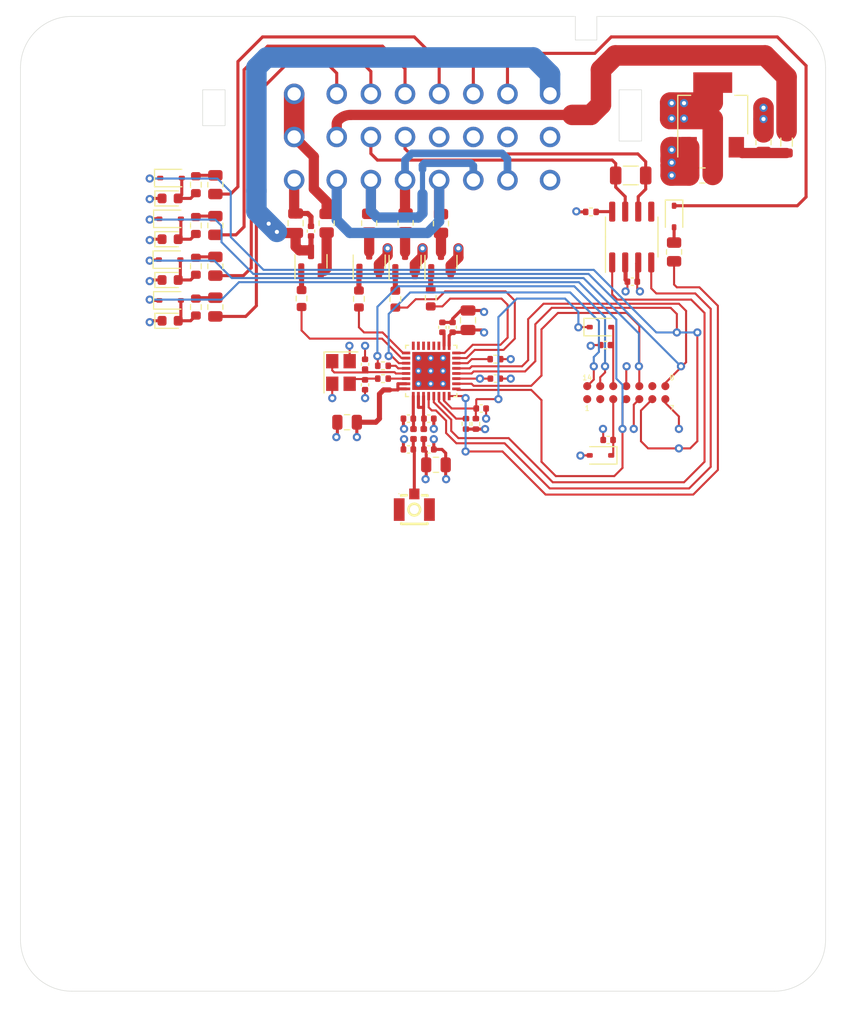
<source format=kicad_pcb>
(kicad_pcb (version 20221018) (generator pcbnew)
  (layers (0 "F.Cu" signal) (1 "In1.Cu" signal) (2 "In2.Cu" signal) (31 "B.Cu" signal) (34 "B.Paste" user) (35 "F.Paste" user) (36 "B.SilkS" user "B.Silkscreen") (37 "F.SilkS" user "F.Silkscreen") (38 "B.Mask" user) (39 "F.Mask" user) (44 "Edge.Cuts" user))
  (net 0 "")
  (net 1 "/RF_ANT")
  (net 2 "GND")
  (net 3 "VS")
  (net 4 "VDD")
  (net 5 "/_XTAL_P")
  (net 6 "/XTAL_N")
  (net 7 "Net-(C110-Pad1)")
  (net 8 "/LNA_IN")
  (net 9 "Net-(U103-VI)")
  (net 10 "Net-(D109-K)")
  (net 11 "/JTRST")
  (net 12 "/EN")
  (net 13 "/PI1_DIV")
  (net 14 "/NZR1_OUT")
  (net 15 "Net-(D102-A)")
  (net 16 "/PI2_DIV")
  (net 17 "/PI3_DIV")
  (net 18 "/PI4_DIV")
  (net 19 "/MTCK")
  (net 20 "/MTMS")
  (net 21 "/MTDI")
  (net 22 "/MTDO")
  (net 23 "/VIN")
  (net 27 "/VCP_TX")
  (net 28 "/VCP_RX")
  (net 29 "Net-(Q101-G)")
  (net 30 "Net-(Q101-S)")
  (net 31 "Net-(Q102-G)")
  (net 32 "Net-(Q102-D)")
  (net 33 "Net-(Q103-G)")
  (net 34 "Net-(Q103-D)")
  (net 35 "Net-(Q104-G)")
  (net 36 "Net-(Q104-D)")
  (net 37 "/V_OUT")
  (net 38 "/PI1")
  (net 39 "Net-(R102-Pad2)")
  (net 40 "/R_GATE")
  (net 41 "/G_GATE")
  (net 42 "/B_GATE")
  (net 43 "/R_OUT")
  (net 44 "/G_OUT")
  (net 45 "/B_OUT")
  (net 46 "/NRZ1")
  (net 47 "/PI2")
  (net 48 "Net-(R113-Pad2)")
  (net 49 "/PI3")
  (net 50 "Net-(R115-Pad2)")
  (net 51 "/PI4")
  (net 52 "Net-(R116-Pad2)")
  (net 53 "Net-(U102-Rs)")
  (net 54 "/XTAL_P")
  (net 55 "/_VCP_TX")
  (net 56 "Net-(U101-GPIO2)")
  (net 57 "Net-(U101-GPIO8)")
  (net 58 "/CAN_TXD")
  (net 59 "/CAN_RXD")
  (net 66 "/V_GATE")
  (net 68 "/CAN_H")
  (net 69 "/CAN_L")
  (footprint "Resistor_SMD:R_0603_1608Metric" (layer "F.Cu") (at 67.1 74.35 -90)
    (fp_text reference "R114" hide)
    (fp_text value "1k" hide)
  )
  (footprint "Resistor_SMD:R_0603_1608Metric" (layer "F.Cu") (at 67.1 66.4 -90)
    (fp_text reference "R118" hide)
    (fp_text value "1k" hide)
  )
  (footprint "Capacitor_SMD:C_0402_1005Metric" (layer "F.Cu") (at 83.59624 85.9 -90)
    (fp_text reference "C104" hide)
    (fp_text value "C_0402_DNP" hide)
  )
  (footprint "Diode_SMD:D_SOD-323" (layer "F.Cu") (at 64.5375 73.7)
    (fp_text reference "D110" hide)
    (fp_text value "1N5819WS" hide)
  )
  (footprint "Package_SO:SOIC-8_3.9x4.9mm_P1.27mm" (layer "F.Cu") (at 109.6 71.5 90)
    (fp_text reference "U102" hide)
    (fp_text value "SN65HVD230" hide)
  )
  (footprint "Resistor_SMD:R_0805_2012Metric" (layer "F.Cu") (at 79.85 70.15 90)
    (fp_text reference "R101" hide)
    (fp_text value "100" hide)
  )
  (footprint "Diode_SMD:D_SOD-323" (layer "F.Cu") (at 106.55 92.78 180)
    (fp_text reference "D109" hide)
    (fp_text value "1N5819WS" hide)
  )
  (footprint "Capacitor_SMD:C_0402_1005Metric" (layer "F.Cu") (at 89.82 89.200001)
    (fp_text reference "C110" hide)
    (fp_text value "C_0402_DNP" hide)
  )
  (footprint "Capacitor_SMD:C_0402_1005Metric" (layer "F.Cu") (at 89.82 92.200001)
    (fp_text reference "C109" hide)
    (fp_text value "C_0402_100nf_X7R" hide)
  )
  (footprint "Capacitor_SMD:C_0402_1005Metric" (layer "F.Cu") (at 96.3 85.3)
    (fp_text reference "C115" hide)
    (fp_text value "C_0402_100nf_X7R" hide)
  )
  (footprint "Resistor_SMD:R_0402_1005Metric" (layer "F.Cu") (at 85.34624 84.05 180)
    (fp_text reference "R122" hide)
    (fp_text value "R_0402_499" hide)
  )
  (footprint "Diode_SMD:D_SOD-323" (layer "F.Cu") (at 106.55 80.28)
    (fp_text reference "D107" hide)
    (fp_text value "1N5819WS" hide)
  )
  (footprint "Resistor_SMD:R_0402_1005Metric" (layer "F.Cu") (at 96.31 83.4 180)
    (fp_text reference "R125" hide)
    (fp_text value "R_0402_1k" hide)
  )
  (footprint "LED_SMD:LED_0603_1608Metric" (layer "F.Cu") (at 64.5875 67.7375)
    (fp_text reference "D106" hide)
    (fp_text value "LED_0603_RED" hide)
  )
  (footprint "Resistor_SMD:R_0402_1005Metric" (layer "F.Cu") (at 93.44 89.71 90)
    (fp_text reference "R124" hide)
    (fp_text value "R_0402_1k" hide)
  )
  (footprint "MountingHole:MountingHole_2.7mm_M2.5" (layer "F.Cu") (at 58.000001 139)
    (fp_text reference "H1101" hide)
    (fp_text value "MountingHole_Pad")
  )
  (footprint "Resistor_SMD:R_0805_2012Metric" (layer "F.Cu") (at 69 70.375 90)
    (fp_text reference "R115" hide)
    (fp_text value "R_0805_10k" hide)
  )
  (footprint "Resistor_SMD:R_0402_1005Metric" (layer "F.Cu") (at 85.34624 85.3)
    (fp_text reference "R121" hide)
    (fp_text value "R_0402_DNP" hide)
  )
  (footprint "Capacitor_SMD:C_0402_1005Metric" (layer "F.Cu") (at 109.66 75.852499 180)
    (fp_text reference "C103" hide)
    (fp_text value "C_0402_100nf_X7R" hide)
  )
  (footprint "Capacitor_SMD:C_0402_1005Metric" (layer "F.Cu") (at 87.82 89.2 180)
    (fp_text reference "C111" hide)
    (fp_text value "C_0402_DNP" hide)
  )
  (footprint "LCSC_Connector:TC2070-IDC-FP" (layer "F.Cu") (at 109.07 86.665)
    (fp_text reference "J101" hide)
    (fp_text value "Conn_ST_STDC14" hide)
  )
  (footprint "Inductor_SMD:L_0402_1005Metric" (layer "F.Cu") (at 89.32 90.700001 -90)
    (fp_text reference "L101" hide)
    (fp_text value "L_Small" hide)
  )
  (footprint "Resistor_SMD:R_0805_2012Metric" (layer "F.Cu") (at 84 70.15 90)
    (fp_text reference "R109" hide)
    (fp_text value "100" hide)
  )
  (footprint "Capacitor_SMD:C_0805_2012Metric" (layer "F.Cu") (at 76.824997 70.154999 90)
    (fp_text reference "C101" hide)
    (fp_text value "C_0805_1u_X7R" hide)
  )
  (footprint "Resistor_SMD:R_0805_2012Metric" (layer "F.Cu") (at 113.730001 72.952499 90)
    (fp_text reference "R111" hide)
    (fp_text value "220" hide)
  )
  (footprint "Diode_SMD:D_SOD-323" (layer "F.Cu") (at 113.73 69.502499 -90)
    (fp_text reference "D102" hide)
    (fp_text value "1N5819WS" hide)
  )
  (footprint "Resistor_SMD:R_0805_2012Metric" (layer "F.Cu") (at 87.55 70.125 90)
    (fp_text reference "R108" hide)
    (fp_text value "100" hide)
  )
  (footprint "Resistor_SMD:R_1206_3216Metric" (layer "F.Cu") (at 109.5 65.5)
    (fp_text reference "R120" hide)
    (fp_text value "R_1206_DNP" hide)
  )
  (footprint "Capacitor_SMD:C_0402_1005Metric" (layer "F.Cu") (at 94.92 88.21)
    (fp_text reference "C120" hide)
    (fp_text value "C_0402_100nf_X7R" hide)
  )
  (footprint "MountingHole:MountingHole_2.7mm_M2.5" (layer "F.Cu") (at 120.500001 139)
    (fp_text reference "H1102" hide)
    (fp_text value "MountingHole_Pad")
  )
  (footprint "Inductor_SMD:L_0805_2012Metric" (layer "F.Cu") (at 124.7 62.25 -90)
    (fp_text reference "FB101" hide)
    (fp_text value "FerriteBead_Small" hide)
  )
  (footprint "Package_TO_SOT_SMD:SOT-23" (layer "F.Cu") (at 84 73.9 90)
    (fp_text reference "Q103" hide)
    (fp_text value "AO3400A" hide)
  )
  (footprint "Capacitor_SMD:C_0805_2012Metric" (layer "F.Cu") (at 90.51 93.700001)
    (fp_text reference "C108" hide)
    (fp_text value "C_0805_10u_X5R" hide)
  )
  (footprint "Capacitor_SMD:C_0402_1005Metric" (layer "F.Cu") (at 83.596239 83.9 90)
    (fp_text reference "C105" hide)
    (fp_text value "C_0402_DNP" hide)
  )
  (footprint "Capacitor_SMD:C_0805_2012Metric" (layer "F.Cu") (at 122.45 62.25 90)
    (fp_text reference "C116" hide)
    (fp_text value "C_0805_1u_X7R" hide)
  )
  (footprint "LED_SMD:LED_0603_1608Metric" (layer "F.Cu") (at 64.5875 75.6875)
    (fp_text reference "D104" hide)
    (fp_text value "LED_0603_RED" hide)
  )
  (footprint "Capacitor_SMD:C_0402_1005Metric" (layer "F.Cu") (at 78.325 70.925 90)
    (fp_text reference "C102" hide)
    (fp_text value "C_0402_100nf_X7R" hide)
  )
  (footprint "Resistor_SMD:R_0603_1608Metric" (layer "F.Cu") (at 67.1 70.375 -90)
    (fp_text reference "R117" hide)
    (fp_text value "1k" hide)
  )
  (footprint "Resistor_SMD:R_0805_2012Metric" (layer "F.Cu") (at 69 78.325 90)
    (fp_text reference "R102" hide)
    (fp_text value "R_0805_10k" hide)
  )
  (footprint "Package_TO_SOT_SMD:SOT-23" (layer "F.Cu") (at 78.325 73.8625 90)
    (fp_text reference "Q101" hide)
    (fp_text value "AO3401A" hide)
  )
  (footprint "Resistor_SMD:R_0603_1608Metric" (layer "F.Cu") (at 67.1 78.325 -90)
    (fp_text reference "R103" hide)
    (fp_text value "1k" hide)
  )
  (footprint "Capacitor_SMD:C_0402_1005Metric" (layer "F.Cu") (at 107.3 91.28 180)
    (fp_text reference "C118" hide)
    (fp_text value "C_0402_100nf_X7R" hide)
  )
  (footprint "LED_SMD:LED_0603_1608Metric" (layer "F.Cu") (at 64.5875 71.7125)
    (fp_text reference "D105" hide)
    (fp_text value "LED_0603_RED" hide)
  )
  (footprint "Capacitor_SMD:C_0402_1005Metric" (layer "F.Cu") (at 87.82 92.200001 180)
    (fp_text reference "C112" hide)
    (fp_text value "C_0402_DNP" hide)
  )
  (footprint "Resistor_SMD:R_0805_2012Metric" (layer "F.Cu") (at 91 70.1875 90)
    (fp_text reference "R110" hide)
    (fp_text value "100" hide)
  )
  (footprint "Capacitor_SMD:C_0805_2012Metric" (layer "F.Cu") (at 116.5 65.5 180)
    (fp_text reference "C117" hide)
    (fp_text value "C_0805_1u_X7R" hide)
  )
  (footprint "Capacitor_SMD:C_0402_1005Metric" (layer "F.Cu") (at 91.135 80.3 90)
    (fp_text reference "C114" hide)
    (fp_text value "C_0402_100nf_X7R" hide)
  )
  (footprint "Capacitor_SMD:C_0402_1005Metric" (layer "F.Cu") (at 92.135 80.3 90)
    (fp_text reference "C107" hide)
    (fp_text value "C_0402_10n_C0G" hide)
  )
  (footprint "Resistor_SMD:R_0805_2012Metric" (layer "F.Cu") (at 69 74.35 90)
    (fp_text reference "R113" hide)
    (fp_text value "R_0805_10k" hide)
  )
  (footprint "LCSC_Microcontroller:QFN50P500X500X90-33N" (layer "F.Cu") (at 90.05 84.55 90)
    (fp_text reference "U101" hide)
    (fp_text value "ESP32-C3FH4" hide)
  )
  (footprint "Resistor_SMD:R_0805_2012Metric" (layer "F.Cu") (at 69 66.4 90)
    (fp_text reference "R116" hide)
    (fp_text value "R_0805_10k" hide)
  )
  (footprint "Package_TO_SOT_SMD:SOT-23" (layer "F.Cu") (at 91 73.9375 90)
    (fp_text reference "Q104" hide)
    (fp_text value "AO3400A" hide)
  )
  (footprint "Inductor_SMD:L_0402_1005Metric" (layer "F.Cu") (at 88.32 90.700001 -90)
    (fp_text reference "L102" hide)
    (fp_text value "L_Small" hide)
  )
  (footprint "Package_TO_SOT_SMD:SOT-23" (layer "F.Cu") (at 87.5 73.937501 90)
    (fp_text reference "Q102" hide)
    (fp_text value "AO3400A" hide)
  )
  (footprint "Package_TO_SOT_SMD:SOT-223-3_TabPin2" (layer "F.Cu") (at 117.5 59.6 90)
    (fp_text reference "U103" hide)
    (fp_text value "AMS1117-3.3" hide)
  )
  (footprint "Diode_SMD:D_SOD-323" (layer "F.Cu") (at 64.675 65.75)
    (fp_text reference "D111" hide)
    (fp_text value "1N5819WS" hide)
  )
  (footprint "Resistor_SMD:R_0402_1005Metric" (layer "F.Cu") (at 94.4 89.71 90)
    (fp_text reference "R123" hide)
    (fp_text value "R_0402_1k" hide)
  )
  (footprint "Resistor_SMD:R_0603_1608Metric" (layer "F.Cu") (at 77.405001 77.492501 90)
    (fp_text reference "R104" hide)
    (fp_text value "100" hide)
  )
  (footprint "Capacitor_SMD:C_0402_1005Metric" (layer "F.Cu") (at 107.05 82.03 180)
    (fp_text reference "C119" hide)
    (fp_text value "C_0402_100nf_X7R" hide)
  )
  (footprint "Capacitor_SMD:C_0805_2012Metric" (layer "F.Cu") (at 81.84624 89.550001 180)
    (fp_text reference "C106" hide)
    (fp_text value "C_0805_1u_X7R" hide)
  )
  (footprint "bom:Delphi_Sicma_24_Black" (layer "F.Cu") (at 89.160001 50.05 180)
    (fp_text reference "J102" hide)
    (fp_text value "J_Delphi_Sicma_24" hide)
  )
  (footprint "Resistor_SMD:R_0402_1005Metric" (layer "F.Cu") (at 105.620001 69.052499 180)
    (fp_text reference "R119" hide)
    (fp_text value "R_0402_1k" hide)
  )
  (footprint "Resistor_SMD:R_0603_1608Metric" (layer "F.Cu") (at 83 77.5375 90)
    (fp_text reference "R106" hide)
    (fp_text value "100" hide)
  )
  (footprint "Diode_SMD:D_SOD-323" (layer "F.Cu") (at 64.5875 77.675)
    (fp_text reference "D108" hide)
    (fp_text value "1N5819WS" hide)
  )
  (footprint "LED_SMD:LED_0603_1608Metric" (layer "F.Cu") (at 64.587501 79.662501)
    (fp_text reference "D101" hide)
    (fp_text value "LED_0603_RED" hide)
  )
  (footprint "Resistor_SMD:R_0603_1608Metric" (layer "F.Cu") (at 86.55 77.549999 90)
    (fp_text reference "R105" hide)
    (fp_text value "100" hide)
  )
  (footprint "LCSC_Antenna:IPEX-SMD_BWIPX-1-001E" (layer "F.Cu") (at 88.4 98 -90)
    (fp_text reference "ANT101" hide)
    (fp_text value "BWIPX-1-001E" hide)
  )
  (footprint "Resistor_SMD:R_0603_1608Metric" (layer "F.Cu") (at 90 77.4375 90)
    (fp_text reference "R107" hide)
    (fp_text value "100" hide)
  )
  (footprint "Crystal:Crystal_SMD_3225-4Pin_3.2x2.5mm" (layer "F.Cu") (at 81.24624 84.7 -90)
    (fp_text reference "Y101" hide)
    (fp_text value "40_Mhz" hide)
  )
  (footprint "Diode_SMD:D_SOD-323" (layer "F.Cu") (at 64.587501 69.725)
    (fp_text reference "D112" hide)
    (fp_text value "1N5819WS" hide)
  )
  (footprint "Capacitor_SMD:C_0805_2012Metric" (layer "F.Cu") (at 93.635 79.61 90)
    (fp_text reference "C113" hide)
    (fp_text value "C_0805_1u_X7R" hide)
  )
  (gr_line (start 104.100001 52.3) (end 106.200001 52.3) (stroke (width 0.05)) (layer "Edge.Cuts"))
  (gr_line (start 104.100001 50) (end 104.100001 52.3) (stroke (width 0.05)) (layer "Edge.Cuts"))
  (gr_rect (start 67.760001 57.15) (end 69.950001 60.65) (stroke (width 0.05)) (fill none) (layer "Edge.Cuts"))
  (gr_line (start 123.500001 50) (end 106.200001 50) (stroke (width 0.05)) (layer "Edge.Cuts"))
  (gr_line (start 128.500001 55.000001) (end 128.5 140) (stroke (width 0.05)) (layer "Edge.Cuts"))
  (gr_rect (start 108.370001 57.15) (end 110.560001 62.15) (stroke (width 0.05)) (fill none) (layer "Edge.Cuts"))
  (gr_arc (start 55.000001 144.999999) (mid 51.464467 143.535533) (end 50.000001 139.999999) (stroke (width 0.05)) (layer "Edge.Cuts"))
  (gr_arc (start 50.000001 55) (mid 51.464467 51.464466) (end 55.000001 50) (stroke (width 0.05)) (layer "Edge.Cuts"))
  (gr_line (start 50.000001 139.999999) (end 50.000001 55) (stroke (width 0.05)) (layer "Edge.Cuts"))
  (gr_arc (start 128.5 140) (mid 127.035534 143.535534) (end 123.5 145) (stroke (width 0.05)) (layer "Edge.Cuts"))
  (gr_line (start 55.000001 50) (end 104.100001 50) (stroke (width 0.05)) (layer "Edge.Cuts"))
  (gr_line (start 123.5 145) (end 55.000001 144.999999) (stroke (width 0.05)) (layer "Edge.Cuts"))
  (gr_line (start 106.200001 52.3) (end 106.200001 50) (stroke (width 0.05)) (layer "Edge.Cuts"))
  (gr_arc (start 123.500001 50) (mid 127.035535 51.464466) (end 128.500001 55.000001) (stroke (width 0.05)) (layer "Edge.Cuts"))
  (segment (start 88.4 92.300001) (end 88.4 96.53876) (width 0.3) (layer "F.Cu") (net 1))
  (segment (start 88.3 92.200001) (end 88.3 91.205001) (width 0.3) (layer "F.Cu") (net 1))
  (segment (start 88.3 92.200001) (end 88.4 92.300001) (width 0.3) (layer "F.Cu") (net 1))
  (segment (start 88.3 91.205001) (end 88.32 91.185001) (width 0.3) (layer "F.Cu") (net 1))
  (segment (start 83.596239 82.103761) (end 83.6 82.1) (width 0.2) (layer "F.Cu") (net 2))
  (segment (start 83.59624 86.38) (end 83.59624 87.19624) (width 0.2) (layer "F.Cu") (net 2))
  (segment (start 113.5 64.25) (end 113.5 64.2) (width 2) (layer "F.Cu") (net 2))
  (segment (start 87.34 92.200001) (end 87.34 91.26) (width 0.3) (layer "F.Cu") (net 2))
  (segment (start 63.800001 79.662501) (end 62.737499 79.662501) (width 0.3) (layer "F.Cu") (net 2))
  (segment (start 87.34 89.2) (end 87.34 90.14) (width 0.3) (layer "F.Cu") (net 2))
  (segment (start 122.45 60) (end 122.45 58.9) (width 2) (layer "F.Cu") (net 2))
  (segment (start 84.95 74.15) (end 85.6 73.5) (width 1) (layer "F.Cu") (net 2))
  (segment (start 90.3 92.200001) (end 90.3 91.2) (width 0.3) (layer "F.Cu") (net 2))
  (segment (start 78.325 70.445) (end 78.325 69.525) (width 0.5) (layer "F.Cu") (net 2))
  (segment (start 109.18 75.852499) (end 109 75.672499) (width 0.4) (layer "F.Cu") (net 2))
  (segment (start 113.5 62.8) (end 113.45 62.75) (width 2) (layer "F.Cu") (net 2))
  (segment (start 63.8 71.7125) (end 62.6875 71.7125) (width 0.3) (layer "F.Cu") (net 2))
  (segment (start 113.45 62.75) (end 113.4 62.75) (width 2) (layer "F.Cu") (net 2))
  (segment (start 113.5 63.95) (end 113.4 63.85) (width 2) (layer "F.Cu") (net 2))
  (segment (start 113.5 64.2) (end 113.4 64.1) (width 2) (layer "F.Cu") (net 2))
  (segment (start 91.46 95.06) (end 91.5 95.1) (width 0.3) (layer "F.Cu") (net 2))
  (segment (start 78.325 69.525) (end 78.004999 69.204999) (width 0.5) (layer "F.Cu") (net 2))
  (segment (start 91.95 74.875) (end 91.95 74.25) (width 1) (layer "F.Cu") (net 2))
  (segment (start 62.6875 71.7125) (end 62.6 71.8) (width 0.3) (layer "F.Cu") (net 2))
  (segment (start 89.2 73.4) (end 89.2 72.6) (width 1) (layer "F.Cu") (net 2))
  (segment (start 113.5 63) (end 113.4 62.9) (width 2) (layer "F.Cu") (net 2))
  (segment (start 109.8 87.84) (end 109.8 90.2) (width 0.2) (layer "F.Cu") (net 2))
  (segment (start 106.82 91.28) (end 106.82 90.22) (width 0.2) (layer "F.Cu") (net 2))
  (segment (start 113.4 64.5) (end 113.6 64.3) (width 2) (layer "F.Cu") (net 2))
  (segment (start 113.55 62.75) (end 113.5 62.8) (width 2) (layer "F.Cu") (net 2))
  (segment (start 91.46 93.700001) (end 91.46 95.06) (width 0.3) (layer "F.Cu") (net 2))
  (segment (start 63.8 75.6875) (end 62.7125 75.6875) (width 0.3) (layer "F.Cu") (net 2))
  (segment (start 83.59624 87.19624) (end 83.6 87.2) (width 0.2) (layer "F.Cu") (net 2))
  (segment (start 83.596239 83.42) (end 83.596239 82.103761) (width 0.2) (layer "F.Cu") (net 2))
  (segment (start 96.78 85.3) (end 97.8 85.3) (width 0.2) (layer "F.Cu") (net 2))
  (segment (start 113.5 65.5) (end 113.4 65.5) (width 2) (layer "F.Cu") (net 2))
  (segment (start 113.4 62.9) (end 113.4 62.75) (width 2) (layer "F.Cu") (net 2))
  (segment (start 82.09624 83.6) (end 82.09624 82.126491) (width 0.2) (layer "F.Cu") (net 2))
  (segment (start 105.110001 69.052499) (end 104.252499 69.052499) (width 0.3) (layer "F.Cu") (net 2))
  (segment (start 109.07 84.13) (end 109.1 84.1) (width 0.2) (layer "F.Cu") (net 2))
  (segment (start 62.7125 75.6875) (end 62.6 75.8) (width 0.3) (layer "F.Cu") (net 2))
  (segment (start 115.2 65.5) (end 113.55 65.5) (width 2) (layer "F.Cu") (net 2))
  (segment (start 109 74.01) (end 108.965 73.975) (width 0.4) (layer "F.Cu") (net 2))
  (segment (start 109.18 75.852499) (end 109.18 76.62) (width 0.2) (layer "F.Cu") (net 2))
  (segment (start 90.3 89.200001) (end 90.3 90.2) (width 0.3) (layer "F.Cu") (net 2))
  (segment (start 88.45 74.875001) (end 88.45 74.15) (width 1) (layer "F.Cu") (net 2))
  (segment (start 113.4 63.85) (end 113.4 63.1) (width 2) (layer "F.Cu") (net 2))
  (segment (start 95.06 78.66) (end 95.2 78.8) (width 0.3) (layer "F.Cu") (net 2))
  (segment (start 92.5 73.7) (end 92.7 73.5) (width 1) (layer "F.Cu") (net 2))
  (segment (start 78.004999 69.204999) (end 76.824997 69.204999) (width 0.5) (layer "F.Cu") (net 2))
  (segment (start 84.95 74.8375) (end 84.95 74.15) (width 1) (layer "F.Cu") (net 2))
  (segment (start 110.34 87.3) (end 109.8 87.84) (width 0.2) (layer "F.Cu") (net 2))
  (segment (start 109 75.672499) (end 109 74.01) (width 0.4) (layer "F.Cu") (net 2))
  (segment (start 87.34 90.14) (end 87.4 90.2) (width 0.3) (layer "F.Cu") (net 2))
  (segment (start 105.67 82.03) (end 105.6 82.1) (width 0.2) (layer "F.Cu") (net 2))
  (segment (start 63.8 67.7375) (end 62.6625 67.7375) (width 0.3) (layer "F.Cu") (net 2))
  (segment (start 122.45 58.9) (end 122.45 59.05) (width 2) (layer "F.Cu") (net 2))
  (segment (start 85.8 73.3) (end 85.8 72.6) (width 1) (layer "F.Cu") (net 2))
  (segment (start 122.45 61.3) (end 122.45 60) (width 2) (layer "F.Cu") (net 2))
  (segment (start 87.34 91.26) (end 87.4 91.2) (width 0.3) (layer "F.Cu") (net 2))
  (segment (start 92.135 79.465) (end 92.94 78.66) (width 0.3) (layer "F.Cu") (net 2))
  (segment (start 85.6 73.5) (end 85.8 73.3) (width 1) (layer "F.Cu") (net 2))
  (segment (start 115.2 62.75) (end 113.55 62.75) (width 2) (layer "F.Cu") (net 2))
  (segment (start 92.135 79.82) (end 92.135 79.465) (width 0.3) (layer "F.Cu") (net 2))
  (segment (start 113.4 63.1) (end 113.5 63) (width 2) (layer "F.Cu") (net 2))
  (segment (start 113.4 64.05) (end 113.5 63.95) (width 2) (layer "F.Cu") (net 2))
  (segment (start 104.252499 69.052499) (end 104.2 69) (width 0.3) (layer "F.Cu") (net 2))
  (segment (start 113.6 64.3) (end 113.55 64.25) (width 2) (layer "F.Cu") (net 2))
  (segment (start 106.57 82.03) (end 105.67 82.03) (width 0.2) (layer "F.Cu") (net 2))
  (segment (start 92.7 73.5) (end 92.7 72.6) (width 1) (layer "F.Cu") (net 2))
  (segment (start 62.6625 67.7375) (end 62.6 67.8) (width 0.3) (layer "F.Cu") (net 2))
  (segment (start 106.82 90.22) (end 106.8 90.2) (width 0.2) (layer "F.Cu") (net 2))
  (segment (start 115.2 62.75) (end 115.2 65.5) (width 2) (layer "F.Cu") (net 2))
  (segment (start 88.45 74.15) (end 89.2 73.4) (width 1) (layer "F.Cu") (net 2))
  (segment (start 114.2 88.985717) (end 114.2 90.2) (width 0.2) (layer "F.Cu") (net 2))
  (segment (start 113.55 65.5) (end 113.5 65.5) (width 2) (layer "F.Cu") (net 2))
  (segment (start 113.4 64.1) (end 113.4 64.05) (width 2) (layer "F.Cu") (net 2))
  (segment (start 112.88 87.3) (end 112.88 87.665717) (width 0.2) (layer "F.Cu") (net 2))
  (segment (start 91.46 92.56) (end 91.100001 92.200001) (width 0.3) (layer "F.Cu") (net 2))
  (segment (start 92.94 78.66) (end 93.635 78.66) (width 0.3) (layer "F.Cu") (net 2))
  (segment (start 91.100001 92.200001) (end 90.3 92.200001) (width 0.3) (layer "F.Cu") (net 2))
  (segment (start 112.88 87.665717) (end 114.2 88.985717) (width 0.2) (layer "F.Cu") (net 2))
  (segment (start 109.07 86.03) (end 109.07 84.13) (width 0.2) (layer "F.Cu") (net 2))
  (segment (start 95.4 88.21) (end 95.4 89.2) (width 0.2) (layer "F.Cu") (net 2))
  (segment (start 93.635 78.66) (end 95.06 78.66) (width 0.3) (layer "F.Cu") (net 2))
  (segment (start 113.55 64.25) (end 113.5 64.25) (width 2) (layer "F.Cu") (net 2))
  (segment (start 91.95 74.25) (end 92.5 73.7) (width 1) (layer "F.Cu") (net 2))
  (segment (start 80.89624 90.90376) (end 80.8 91) (width 0.3) (layer "F.Cu") (net 2))
  (segment (start 91.135 79.82) (end 92.135 79.82) (width 0.3) (layer "F.Cu") (net 2))
  (segment (start 80.39624 87.19624) (end 80.4 87.2) (width 0.2) (layer "F.Cu") (net 2))
  (segment (start 62.737499 79.662501) (end 62.6 79.8) (width 0.3) (layer "F.Cu") (net 2))
  (segment (start 76.685001 65.95) (end 76.685001 69.065003) (width 1) (layer "F.Cu") (net 2))
  (segment (start 109.18 76.62) (end 109 76.8) (width 0.2) (layer "F.Cu") (net 2))
  (segment (start 80.89624 89.550001) (end 80.89624 90.90376) (width 0.3) (layer "F.Cu") (net 2))
  (segment (start 113.4 65.5) (end 113.4 64.5) (width 2) (layer "F.Cu") (net 2))
  (segment (start 80.39624 85.8) (end 80.39624 87.19624) (width 0.2) (layer "F.Cu") (net 2))
  (segment (start 82.09624 82.126491) (end 82.069749 82.1) (width 0.2) (layer "F.Cu") (net 2))
  (segment (start 76.685001 69.065003) (end 76.824997 69.204999) (width 1) (layer "F.Cu") (net 2))
  (segment (start 91.46 93.700001) (end 91.46 92.56) (width 0.3) (layer "F.Cu") (net 2))
  (via (at 62.6 67.8) (size 0.8) (drill 0.4) (layers "F.Cu" "B.Cu") (net 2))
  (via (at 89.2 72.6) (size 0.8) (drill 0.4) (layers "F.Cu" "B.Cu") (net 2))
  (via (at 83.6 87.2) (size 0.8) (drill 0.4) (layers "F.Cu" "B.Cu") (net 2))
  (via (at 87.4 91.2) (size 0.8) (drill 0.4) (layers "F.Cu" "B.Cu") (net 2))
  (via (at 87.4 90.2) (size 0.8) (drill 0.4) (layers "F.Cu" "B.Cu") (net 2))
  (via (at 92.7 72.6) (size 0.8) (drill 0.4) (layers "F.Cu" "B.Cu") (net 2))
  (via (at 113.5 63) (size 0.8) (drill 0.4) (layers "F.Cu" "B.Cu") (net 2))
  (via (at 113.5 65.5) (size 0.8) (drill 0.4) (layers "F.Cu" "B.Cu") (net 2))
  (via (at 91.5 95.1) (size 0.8) (drill 0.4) (layers "F.Cu" "B.Cu") (net 2))
  (via (at 62.6 71.8) (size 0.8) (drill 0.4) (layers "F.Cu" "B.Cu") (net 2))
  (via (at 97.8 85.3) (size 0.8) (drill 0.4) (layers "F.Cu" "B.Cu") (net 2))
  (via (at 109.1 84.1) (size 0.8) (drill 0.4) (layers "F.Cu" "B.Cu") (net 2))
  (via (at 80.8 91) (size 0.8) (drill 0.4) (layers "F.Cu" "B.Cu") (net 2))
  (via (at 95.2 78.8) (size 0.8) (drill 0.4) (layers "F.Cu" "B.Cu") (net 2))
  (via (at 113.5 64.25) (size 0.8) (drill 0.4) (layers "F.Cu" "B.Cu") (net 2))
  (via (at 122.45 58.9) (size 0.8) (drill 0.4) (layers "F.Cu" "B.Cu") (net 2))
  (via (at 109.8 90.2) (size 0.8) (drill 0.4) (layers "F.Cu" "B.Cu") (net 2))
  (via (at 105.6 82.1) (size 0.8) (drill 0.4) (layers "F.Cu" "B.Cu") (net 2))
  (via (at 95.4 89.2) (size 0.8) (drill 0.4) (layers "F.Cu" "B.Cu") (net 2))
  (via (at 104.2 69) (size 0.8) (drill 0.4) (layers "F.Cu" "B.Cu") (net 2))
  (via (at 90.3 91.2) (size 0.8) (drill 0.4) (layers "F.Cu" "B.Cu") (net 2))
  (via (at 80.4 87.2) (size 0.8) (drill 0.4) (layers "F.Cu" "B.Cu") (net 2))
  (via (at 109 76.8) (size 0.8) (drill 0.4) (layers "F.Cu" "B.Cu") (net 2))
  (via (at 122.45 60) (size 0.8) (drill 0.4) (layers "F.Cu" "B.Cu") (net 2))
  (via (at 83.6 82.1) (size 0.8) (drill 0.4) (layers "F.Cu" "B.Cu") (net 2))
  (via (at 85.8 72.6) (size 0.8) (drill 0.4) (layers "F.Cu" "B.Cu") (net 2))
  (via (at 90.3 90.2) (size 0.8) (drill 0.4) (layers "F.Cu" "B.Cu") (net 2))
  (via (at 82.069749 82.1) (size 0.8) (drill 0.4) (layers "F.Cu" "B.Cu") (net 2))
  (via (at 62.6 79.8) (size 0.8) (drill 0.4) (layers "F.Cu" "B.Cu") (net 2))
  (via (at 106.8 90.2) (size 0.8) (drill 0.4) (layers "F.Cu" "B.Cu") (net 2))
  (via (at 114.2 90.2) (size 0.8) (drill 0.4) (layers "F.Cu" "B.Cu") (net 2))
  (via (at 62.6 75.8) (size 0.8) (drill 0.4) (layers "F.Cu" "B.Cu") (net 2))
  (segment (start 74.2 70.2) (end 74 70) (width 1) (layer "F.Cu") (net 3))
  (segment (start 78.325 72.925) (end 78.325 71.405) (width 0.5) (layer "F.Cu") (net 3))
  (segment (start 76.824997 71.104999) (end 75.104999 71.104999) (width 1) (layer "F.Cu") (net 3))
  (segment (start 77.2 72.8) (end 78 72.8) (width 1) (layer "F.Cu") (net 3))
  (segment (start 76.824997 71.104999) (end 76.824997 72.424997) (width 1) (layer "F.Cu") (net 3))
  (segment (start 76.824997 72.424997) (end 77.2 72.8) (width 1) (layer "F.Cu") (net 3))
  (segment (start 75.104999 71.104999) (end 74.2 70.2) (width 1) (layer "F.Cu") (net 3))
  (via (at 74.2 70.2) (size 0.8) (drill 0.4) (layers "F.Cu" "B.Cu") (net 3))
  (via (at 75 71) (size 0.8) (drill 0.4) (layers "F.Cu" "B.Cu") (net 3))
  (segment (start 73 67) (end 73 69) (width 2) (layer "B.Cu") (net 3))
  (segment (start 74 54) (end 73 55) (width 2) (layer "B.Cu") (net 3))
  (segment (start 101.635001 55.635001) (end 100 54) (width 2) (layer "B.Cu") (net 3))
  (segment (start 101.635001 57.55) (end 101.635001 55.635001) (width 2) (layer "B.Cu") (net 3))
  (segment (start 73 55) (end 73 67) (width 2) (layer "B.Cu") (net 3))
  (segment (start 73 69) (end 75 71) (width 2) (layer "B.Cu") (net 3))
  (segment (start 100 54) (end 74 54) (width 2) (layer "B.Cu") (net 3))
  (segment (start 92.5 85.3) (end 94.8 85.3) (width 0.2) (layer "F.Cu") (net 4))
  (segment (start 89.56 92.420001) (end 89.34 92.200001) (width 0.3) (layer "F.Cu") (net 4))
  (segment (start 110.14 74.07) (end 110.235 73.975) (width 0.4) (layer "F.Cu") (net 4))
  (segment (start 82.79624 89.550001) (end 82.79624 90.99624) (width 0.3) (layer "F.Cu") (net 4))
  (segment (start 86.8 86.4) (end 86 86.4) (width 0.3) (layer "F.Cu") (net 4))
  (segment (start 89.32 92.180001) (end 89.34 92.200001) (width 0.3) (layer "F.Cu") (net 4))
  (segment (start 93.415 80.78) (end 93.635 80.56) (width 0.3) (layer "F.Cu") (net 4))
  (segment (start 110.14 75.852499) (end 110.14 74.07) (width 0.4) (layer "F.Cu") (net 4))
  (segment (start 110.14 75.852499) (end 110.14 76.54) (width 0.2) (layer "F.Cu") (net 4))
  (segment (start 82.79624 90.99624) (end 82.8 91) (width 0.3) (layer "F.Cu") (net 4))
  (segment (start 89.32 91.185001) (end 89.32 92.180001) (width 0.3) (layer "F.Cu") (net 4))
  (segment (start 91.3 80.945) (end 91.135 80.78) (width 0.3) (layer "F.Cu") (net 4))
  (segment (start 117.5 60) (end 114.75 60) (width 2) (layer "F.Cu") (net 4))
  (segment (start 94.96 80.56) (end 95.2 80.8) (width 0.3) (layer "F.Cu") (net 4))
  (segment (start 110.14 76.54) (end 110.4 76.8) (width 0.2) (layer "F.Cu") (net 4))
  (segment (start 113.5 58.45) (end 113.55 58.4) (width 2) (layer "F.Cu") (net 4))
  (segment (start 86.8 85.8) (end 87.6 85.8) (width 0.3) (layer "F.Cu") (net 4))
  (segment (start 86.9 86.3) (end 87.6 86.3) (width 0.3) (layer "F.Cu") (net 4))
  (segment (start 113.45 60) (end 113.35 60) (width 2) (layer "F.Cu") (net 4))
  (segment (start 113.35 58.4) (end 113.45 58.4) (width 2) (layer "F.Cu") (net 4))
  (segment (start 89.56 93.700001) (end 89.56 92.420001) (width 0.3) (layer "F.Cu") (net 4))
  (segment (start 84.649999 89.550001) (end 85 89.2) (width 0.5) (layer "F.Cu") (net 4))
  (segment (start 113.55 60) (end 113.5 59.95) (width 2) (layer "F.Cu") (net 4))
  (segment (start 95.82 85.3) (end 94.8 85.3) (width 0.2) (layer "F.Cu") (net 4))
  (segment (start 114.75 60) (end 114.7 59.95) (width 2) (layer "F.Cu") (net 4))
  (segment (start 89.56 95.04) (end 89.5 95.1) (width 0.3) (layer "F.Cu") (net 4))
  (segment (start 114.65 60) (end 113.55 60) (width 2) (layer "F.Cu") (net 4))
  (segment (start 86.8 86.4) (end 86.8 85.8) (width 0.3) (layer "F.Cu") (net 4))
  (segment (start 114.75 58.4) (end 117.5 58.4) (width 2) (layer "F.Cu") (net 4))
  (segment (start 114.7 58.45) (end 114.75 58.4) (width 2) (layer "F.Cu") (net 4))
  (segment (start 117.5 58.4) (end 117.5 56.45) (width 2) (layer "F.Cu") (net 4))
  (segment (start 85 89.2) (end 85 86.8) (width 0.5) (layer "F.Cu") (net 4))
  (segment (start 113.5 59.95) (end 113.45 60) (width 2) (layer "F.Cu") (net 4))
  (segment (start 93.635 80.56) (end 94.96 80.56) (width 0.3) (layer "F.Cu") (net 4))
  (segment (start 82.79624 89.550001) (end 84.649999 89.550001) (width 0.5) (layer "F.Cu") (net 4))
  (segment (start 104.62 92.78) (end 104.6 92.8) (width 0.2) (layer "F.Cu") (net 4))
  (segment (start 92.135 80.78) (end 93.415 80.78) (width 0.3) (layer "F.Cu") (net 4))
  (segment (start 91.8 81.115) (end 92.135 80.78) (width 0.3) (layer "F.Cu") (net 4))
  (segment (start 114.7 59.95) (end 114.65 60) (width 2) (layer "F.Cu") (net 4))
  (segment (start 113.45 58.4) (end 113.5 58.45) (width 2) (layer "F.Cu") (net 4))
  (segment (start 113.35 60) (end 113.35 58.4) (width 2) (layer "F.Cu") (net 4))
  (segment (start 91.8 82.1) (end 91.8 81.115) (width 0.3) (layer "F.Cu") (net 4))
  (segment (start 114.65 58.4) (end 114.7 58.45) (width 2) (layer "F.Cu") (net 4))
  (segment (start 85 86.8) (end 85.4 86.4) (width 0.5) (layer "F.Cu") (net 4))
  (segment (start 93.44 90.22) (end 95.299998 90.22) (width 0.3) (layer "F.Cu") (net 4))
  (segment (start 89.56 93.700001) (end 89.56 95.04) (width 0.3) (layer "F.Cu") (net 4))
  (segment (start 113.55 58.4) (end 114.65 58.4) (width 2) (layer "F.Cu") (net 4))
  (segment (start 91.3 82.1) (end 91.3 80.945) (width 0.3) (layer "F.Cu") (net 4))
  (segment (start 117.5 65.45) (end 117.5 60) (width 2) (layer "F.Cu") (net 4))
  (segment (start 96.82 83.4) (end 97.8 83.4) (width 0.2) (layer "F.Cu") (net 4))
  (segment (start 85.4 86.4) (end 86 86.4) (width 0.5) (layer "F.Cu") (net 4))
  (segment (start 86.8 86.4) (end 86.9 86.3) (width 0.3) (layer "F.Cu") (net 4))
  (segment (start 105.5 92.78) (end 104.62 92.78) (width 0.2) (layer "F.Cu") (net 4))
  (via (at 113.5 59.95) (size 0.8) (drill 0.4) (layers "F.Cu" "B.Cu") (net 4))
  (via (at 104.6 92.8) (size 0.8) (drill 0.4) (layers "F.Cu" "B.Cu") (net 4))
  (via (at 95.299998 90.22) (size 0.8) (drill 0.4) (layers "F.Cu" "B.Cu") (net 4))
  (via (at 110.4 76.8) (size 0.8) (drill 0.4) (layers "F.Cu" "B.Cu") (net 4))
  (via (at 97.8 83.4) (size 0.8) (drill 0.4) (layers "F.Cu" "B.Cu") (net 4))
  (via (at 82.8 91) (size 0.8) (drill 0.4) (layers "F.Cu" "B.Cu") (net 4))
  (via (at 114.7 59.95) (size 0.8) (drill 0.4) (layers "F.Cu" "B.Cu") (net 4))
  (via (at 95.2 80.8) (size 0.8) (drill 0.4) (layers "F.Cu" "B.Cu") (net 4))
  (via (at 114.7 58.45) (size 0.8) (drill 0.4) (layers "F.Cu" "B.Cu") (net 4))
  (via (at 94.8 85.3) (size 0.8) (drill 0.4) (layers "F.Cu" "B.Cu") (net 4))
  (via (at 113.5 58.45) (size 0.8) (drill 0.4) (layers "F.Cu" "B.Cu") (net 4))
  (via (at 89.5 95.1) (size 0.8) (drill 0.4) (layers "F.Cu" "B.Cu") (net 4))
  (segment (start 82.55624 85.34) (end 82.09624 85.8) (width 0.2) (layer "F.Cu") (net 5))
  (segment (start 83.59624 85.34) (end 82.55624 85.34) (width 0.2) (layer "F.Cu") (net 5))
  (segment (start 83.63624 85.3) (end 83.59624 85.34) (width 0.2) (layer "F.Cu") (net 5))
  (segment (start 84.83624 85.3) (end 83.63624 85.3) (width 0.2) (layer "F.Cu") (net 5))
  (segment (start 83.886239 84.67) (end 83.856239 84.7) (width 0.2) (layer "F.Cu") (net 6))
  (segment (start 86.6 84.8) (end 86.47 84.67) (width 0.2) (layer "F.Cu") (net 6))
  (segment (start 80.39624 84.49624) (end 80.39624 83.6) (width 0.2) (layer "F.Cu") (net 6))
  (segment (start 80.6 84.7) (end 80.39624 84.49624) (width 0.2) (layer "F.Cu") (net 6))
  (segment (start 86.47 84.67) (end 83.886239 84.67) (width 0.2) (layer "F.Cu") (net 6))
  (segment (start 83.886239 84.67) (end 83.596239 84.38) (width 0.2) (layer "F.Cu") (net 6))
  (segment (start 87.6 84.8) (end 86.6 84.8) (width 0.2) (layer "F.Cu") (net 6))
  (segment (start 83.856239 84.7) (end 80.6 84.7) (width 0.2) (layer "F.Cu") (net 6))
  (segment (start 89.3 88.1) (end 89.3 87) (width 0.3) (layer "F.Cu") (net 7))
  (segment (start 88.8 88.1) (end 89.3 88.1) (width 0.3) (layer "F.Cu") (net 7))
  (segment (start 88.8 87) (end 88.8 88.1) (width 0.3) (layer "F.Cu") (net 7))
  (segment (start 89.32 89.220001) (end 89.34 89.200001) (width 0.3) (layer "F.Cu") (net 7))
  (segment (start 89.34 89.200001) (end 89.3 89.160001) (width 0.3) (layer "F.Cu") (net 7))
  (segment (start 89.32 90.215001) (end 89.32 89.220001) (width 0.3) (layer "F.Cu") (net 7))
  (segment (start 89.3 89.160001) (end 89.3 88.1) (width 0.3) (layer "F.Cu") (net 7))
  (segment (start 88.32 90.215001) (end 88.32 89.22) (width 0.3) (layer "F.Cu") (net 8))
  (segment (start 88.32 89.22) (end 88.3 89.2) (width 0.3) (layer "F.Cu") (net 8))
  (segment (start 88.3 89.2) (end 88.3 87) (width 0.3) (layer "F.Cu") (net 8))
  (segment (start 124.7 63.3125) (end 120.3625 63.3125) (width 1) (layer "F.Cu") (net 9))
  (segment (start 120.3625 63.3125) (end 119.8 62.75) (width 1) (layer "F.Cu") (net 9))
  (segment (start 107.8 87.3) (end 107.8 92.58) (width 0.2) (layer "F.Cu") (net 10))
  (segment (start 107.8 92.58) (end 107.6 92.78) (width 0.2) (layer "F.Cu") (net 10))
  (segment (start 107.8 86.03) (end 107.8 80.48) (width 0.2) (layer "F.Cu") (net 11))
  (segment (start 107.8 80.48) (end 107.6 80.28) (width 0.2) (layer "F.Cu") (net 11))
  (segment (start 94.4 89.2) (end 94.4 88.25) (width 0.2) (layer "F.Cu") (net 12))
  (segment (start 105.5 80.28) (end 104.42 80.28) (width 0.2) (layer "F.Cu") (net 12))
  (segment (start 94.44 88.21) (end 94.44 87.36) (width 0.2) (layer "F.Cu") (net 12))
  (segment (start 91.3 87) (end 91.3 87.459519) (width 0.2) (layer "F.Cu") (net 12))
  (segment (start 94.4 88.25) (end 94.44 88.21) (width 0.2) (layer "F.Cu") (net 12))
  (segment (start 94.5 87.3) (end 96.6 87.3) (width 0.2) (layer "F.Cu") (net 12))
  (segment (start 92.050481 88.21) (end 94.44 88.21) (width 0.2) (layer "F.Cu") (net 12))
  (segment (start 91.3 87.459519) (end 92.050481 88.21) (width 0.2) (layer "F.Cu") (net 12))
  (segment (start 94.44 87.36) (end 94.5 87.3) (width 0.2) (layer "F.Cu") (net 12))
  (segment (start 104.42 80.28) (end 104.4 80.3) (width 0.2) (layer "F.Cu") (net 12))
  (via (at 104.4 80.3) (size 0.8) (drill 0.4) (layers "F.Cu" "B.Cu") (net 12))
  (via (at 96.6 87.3) (size 0.8) (drill 0.4) (layers "F.Cu" "B.Cu") (net 12))
  (segment (start 104.4 80.3) (end 104.4 78.8) (width 0.2) (layer "B.Cu") (net 12))
  (segment (start 103.1 77.5) (end 98.4 77.5) (width 0.2) (layer "B.Cu") (net 12))
  (segment (start 104.4 78.8) (end 103.1 77.5) (width 0.2) (layer "B.Cu") (net 12))
  (segment (start 96.6 79.3) (end 96.6 87.3) (width 0.2) (layer "B.Cu") (net 12))
  (segment (start 98.4 77.5) (end 96.6 79.3) (width 0.2) (layer "B.Cu") (net 12))
  (segment (start 65.6375 77.675) (end 65.6375 79.400002) (width 0.3) (layer "F.Cu") (net 13))
  (segment (start 65.375001 79.662501) (end 66.587499 79.662501) (width 0.3) (layer "F.Cu") (net 13))
  (segment (start 65.6375 79.400002) (end 65.375001 79.662501) (width 0.3) (layer "F.Cu") (net 13))
  (segment (start 66.587499 79.662501) (end 67.1 79.15) (width 0.3) (layer "F.Cu") (net 13))
  (segment (start 106 53.6) (end 99.2 53.6) (width 0.3) (layer "F.Cu") (net 14))
  (segment (start 113.73 68.452499) (end 125.747501 68.452499) (width 0.3) (layer "F.Cu") (net 14))
  (segment (start 126.6 54.8) (end 123.8 52) (width 0.3) (layer "F.Cu") (net 14))
  (segment (start 97.6 53.6) (end 97.485001 53.714999) (width 0.3) (layer "F.Cu") (net 14))
  (segment (start 123.8 52) (end 107.6 52) (width 0.3) (layer "F.Cu") (net 14))
  (segment (start 99.2 53.6) (end 97.6 53.6) (width 0.3) (layer "F.Cu") (net 14))
  (segment (start 94.155001 54.444999) (end 94.155001 57.55) (width 0.3) (layer "F.Cu") (net 14))
  (segment (start 95 53.6) (end 94.155001 54.444999) (width 0.3) (layer "F.Cu") (net 14))
  (segment (start 126.6 67.6) (end 126.6 54.8) (width 0.3) (layer "F.Cu") (net 14))
  (segment (start 125.747501 68.452499) (end 126.6 67.6) (width 0.3) (layer "F.Cu") (net 14))
  (segment (start 107.6 52) (end 106 53.6) (width 0.3) (layer "F.Cu") (net 14))
  (segment (start 97.485001 53.714999) (end 97.485001 57.55) (width 0.3) (layer "F.Cu") (net 14))
  (segment (start 99.2 53.6) (end 95 53.6) (width 0.3) (layer "F.Cu") (net 14))
  (segment (start 113.73 72.039998) (end 113.730001 72.039999) (width 0.3) (layer "F.Cu") (net 15))
  (segment (start 113.73 70.552499) (end 113.73 72.039998) (width 0.3) (layer "F.Cu") (net 15))
  (segment (start 65.375 75.6875) (end 66.5875 75.6875) (width 0.3) (layer "F.Cu") (net 16))
  (segment (start 65.5875 75.475) (end 65.375 75.6875) (width 0.3) (layer "F.Cu") (net 16))
  (segment (start 65.5875 73.7) (end 65.5875 75.475) (width 0.3) (layer "F.Cu") (net 16))
  (segment (start 66.5875 75.6875) (end 67.1 75.175) (width 0.3) (layer "F.Cu") (net 16))
  (segment (start 65.637501 71.449999) (end 65.375 71.7125) (width 0.3) (layer "F.Cu") (net 17))
  (segment (start 65.637501 69.725) (end 65.637501 71.449999) (width 0.3) (layer "F.Cu") (net 17))
  (segment (start 65.375 71.7125) (end 66.5875 71.7125) (width 0.3) (layer "F.Cu") (net 17))
  (segment (start 66.5875 71.7125) (end 67.1 71.2) (width 0.3) (layer "F.Cu") (net 17))
  (segment (start 65.725 65.75) (end 65.725 67.3875) (width 0.3) (layer "F.Cu") (net 18))
  (segment (start 65.725 67.3875) (end 65.375 67.7375) (width 0.3) (layer "F.Cu") (net 18))
  (segment (start 66.5875 67.7375) (end 67.1 67.225) (width 0.3) (layer "F.Cu") (net 18))
  (segment (start 65.375 67.7375) (end 66.5875 67.7375) (width 0.3) (layer "F.Cu") (net 18))
  (segment (start 114.2 92.1) (end 115.3 92.1) (width 0.2) (layer "F.Cu") (net 19))
  (segment (start 114 79) (end 114 80.8) (width 0.2) (layer "F.Cu") (net 19))
  (segment (start 110.5 91.4) (end 110.5 88.41) (width 0.2) (layer "F.Cu") (net 19))
  (segment (start 115.3 92.1) (end 116 91.4) (width 0.2) (layer "F.Cu") (net 19))
  (segment (start 100.2 83.6) (end 100.2 80) (width 0.2) (layer "F.Cu") (net 19))
  (segment (start 62.6 65.8) (end 63.575 65.8) (width 0.2) (layer "F.Cu") (net 19))
  (segment (start 116 91.4) (end 116 80.800012) (width 0.2) (layer "F.Cu") (net 19))
  (segment (start 99.2 84.6) (end 100.2 83.6) (width 0.2) (layer "F.Cu") (net 19))
  (segment (start 100.2 80) (end 101.8 78.4) (width 0.2) (layer "F.Cu") (net 19))
  (segment (start 110.5 88.41) (end 111.61 87.3) (width 0.2) (layer "F.Cu") (net 19))
  (segment (start 111.2 92.1) (end 110.5 91.4) (width 0.2) (layer "F.Cu") (net 19))
  (segment (start 114.2 92.1) (end 111.2 92.1) (width 0.2) (layer "F.Cu") (net 19))
  (segment (start 63.575 65.8) (end 63.625 65.75) (width 0.2) (layer "F.Cu") (net 19))
  (segment (start 101.8 78.4) (end 113.4 78.4) (width 0.2) (layer "F.Cu") (net 19))
  (segment (start 113.4 78.4) (end 114 79) (width 0.2) (layer "F.Cu") (net 19))
  (segment (start 94.187746 84.6) (end 99.2 84.6) (width 0.2) (layer "F.Cu") (net 19))
  (segment (start 93.987746 84.8) (end 94.187746 84.6) (width 0.2) (layer "F.Cu") (net 19))
  (segment (start 92.5 84.8) (end 93.987746 84.8) (width 0.2) (layer "F.Cu") (net 19))
  (via (at 116 80.800012) (size 0.8) (drill 0.4) (layers "F.Cu" "B.Cu") (net 19))
  (via (at 62.6 65.8) (size 0.8) (drill 0.4) (layers "F.Cu" "B.Cu") (net 19))
  (via (at 114.2 92.1) (size 0.8) (drill 0.4) (layers "F.Cu" "B.Cu") (net 19))
  (via (at 114 80.8) (size 0.8) (drill 0.4) (layers "F.Cu" "B.Cu") (net 19))
  (segment (start 114 80.8) (end 115.999988 80.8) (width 0.2) (layer "B.Cu") (net 19))
  (segment (start 69.2 65.8) (end 70.5 67.1) (width 0.2) (layer "B.Cu") (net 19))
  (segment (start 112 80.8) (end 114 80.8) (width 0.2) (layer "B.Cu") (net 19))
  (segment (start 62.6 65.8) (end 69.2 65.8) (width 0.2) (layer "B.Cu") (net 19))
  (segment (start 73.7 74.7) (end 105.9 74.7) (width 0.2) (layer "B.Cu") (net 19))
  (segment (start 70.5 71.5) (end 73.7 74.7) (width 0.2) (layer "B.Cu") (net 19))
  (segment (start 70.5 67.1) (end 70.5 71.5) (width 0.2) (layer "B.Cu") (net 19))
  (segment (start 115.999988 80.8) (end 116 80.800012) (width 0.2) (layer "B.Cu") (net 19))
  (segment (start 105.9 74.7) (end 112 80.8) (width 0.2) (layer "B.Cu") (net 19))
  (segment (start 92.6 86.4) (end 99.8 86.4) (width 0.2) (layer "F.Cu") (net 20))
  (segment (start 92.5 86.3) (end 92.6 86.4) (width 0.2) (layer "F.Cu") (net 20))
  (segment (start 108.7 90.2) (end 108.7 87.67) (width 0.2) (layer "F.Cu") (net 20))
  (segment (start 108.7 94) (end 108.7 90.2) (width 0.2) (layer "F.Cu") (net 20))
  (segment (start 108.7 87.67) (end 109.07 87.3) (width 0.2) (layer "F.Cu") (net 20))
  (segment (start 99.8 86.4) (end 100.8 87.4) (width 0.2) (layer "F.Cu") (net 20))
  (segment (start 62.675 77.675) (end 62.6 77.6) (width 0.3) (layer "F.Cu") (net 20))
  (segment (start 100.8 93.4) (end 102.2 94.8) (width 0.2) (layer "F.Cu") (net 20))
  (segment (start 100.8 87.4) (end 100.8 93.4) (width 0.2) (layer "F.Cu") (net 20))
  (segment (start 63.5375 77.675) (end 62.675 77.675) (width 0.3) (layer "F.Cu") (net 20))
  (segment (start 107.9 94.8) (end 108.7 94) (width 0.2) (layer "F.Cu") (net 20))
  (segment (start 102.2 94.8) (end 107.9 94.8) (width 0.2) (layer "F.Cu") (net 20))
  (via (at 62.6 77.6) (size 0.8) (drill 0.4) (layers "F.Cu" "B.Cu") (net 20))
  (via (at 108.7 90.2) (size 0.8) (drill 0.4) (layers "F.Cu" "B.Cu") (net 20))
  (segment (start 104.45 75.9) (end 71.3 75.9) (width 0.2) (layer "B.Cu") (net 20))
  (segment (start 69.6 77.6) (end 62.6 77.6) (width 0.2) (layer "B.Cu") (net 20))
  (segment (start 108.7 85.9) (end 108.1 85.3) (width 0.2) (layer "B.Cu") (net 20))
  (segment (start 108.7 90.2) (end 108.7 85.9) (width 0.2) (layer "B.Cu") (net 20))
  (segment (start 108.1 79.55) (end 104.45 75.9) (width 0.2) (layer "B.Cu") (net 20))
  (segment (start 108.1 85.3) (end 108.1 79.55) (width 0.2) (layer "B.Cu") (net 20))
  (segment (start 71.3 75.9) (end 69.6 77.6) (width 0.2) (layer "B.Cu") (net 20))
  (segment (start 100.8 85) (end 100.8 80.5) (width 0.2) (layer "F.Cu") (net 21))
  (segment (start 110.34 84.06) (end 110.3 84.1) (width 0.2) (layer "F.Cu") (net 21))
  (segment (start 100.8 80.5) (end 102.4 78.9) (width 0.2) (layer "F.Cu") (net 21))
  (segment (start 92.5 85.8) (end 93.987746 85.8) (width 0.2) (layer "F.Cu") (net 21))
  (segment (start 109.1 78.9) (end 110.34 80.14) (width 0.2) (layer "F.Cu") (net 21))
  (segment (start 102.4 78.9) (end 109.1 78.9) (width 0.2) (layer "F.Cu") (net 21))
  (segment (start 110.34 80.14) (end 110.34 84.06) (width 0.2) (layer "F.Cu") (net 21))
  (segment (start 110.3 84.1) (end 110.34 84.14) (width 0.2) (layer "F.Cu") (net 21))
  (segment (start 62.7 73.7) (end 62.6 73.8) (width 0.2) (layer "F.Cu") (net 21))
  (segment (start 63.4875 73.7) (end 62.7 73.7) (width 0.2) (layer "F.Cu") (net 21))
  (segment (start 99.8 86) (end 100.8 85) (width 0.2) (layer "F.Cu") (net 21))
  (segment (start 94.187746 86) (end 99.8 86) (width 0.2) (layer "F.Cu") (net 21))
  (segment (start 110.34 84.14) (end 110.34 86.03) (width 0.2) (layer "F.Cu") (net 21))
  (segment (start 93.987746 85.8) (end 94.187746 86) (width 0.2) (layer "F.Cu") (net 21))
  (via (at 110.3 84.1) (size 0.8) (drill 0.4) (layers "F.Cu" "B.Cu") (net 21))
  (via (at 62.6 73.8) (size 0.8) (drill 0.4) (layers "F.Cu" "B.Cu") (net 21))
  (segment (start 68.9 73.8) (end 62.6 73.8) (width 0.2) (layer "B.Cu") (net 21))
  (segment (start 104.9 75.5) (end 70.6 75.5) (width 0.2) (layer "B.Cu") (net 21))
  (segment (start 110.3 84.1) (end 110.3 80.9) (width 0.2) (layer "B.Cu") (net 21))
  (segment (start 70.6 75.5) (end 68.9 73.8) (width 0.2) (layer "B.Cu") (net 21))
  (segment (start 110.3 80.9) (end 104.9 75.5) (width 0.2) (layer "B.Cu") (net 21))
  (segment (start 114.4 84.1) (end 114.4 84.204282) (width 0.2) (layer "F.Cu") (net 22))
  (segment (start 114.9 78.7) (end 114.9 83.704282) (width 0.2) (layer "F.Cu") (net 22))
  (segment (start 114.2 78) (end 114.9 78.7) (width 0.2) (layer "F.Cu") (net 22))
  (segment (start 94 84.1) (end 98.9 84.1) (width 0.2) (layer "F.Cu") (net 22))
  (segment (start 93.8 84.3) (end 94 84.1) (width 0.2) (layer "F.Cu") (net 22))
  (segment (start 114.504282 84.1) (end 114.4 84.1) (width 0.2) (layer "F.Cu") (net 22))
  (segment (start 114.9 83.704282) (end 114.504282 84.1) (width 0.2) (layer "F.Cu") (net 22))
  (segment (start 114.4 84.204282) (end 112.88 85.724282) (width 0.2) (layer "F.Cu") (net 22))
  (segment (start 101 78) (end 114.2 78) (width 0.2) (layer "F.Cu") (net 22))
  (segment (start 92.5 84.3) (end 93.8 84.3) (width 0.2) (layer "F.Cu") (net 22))
  (segment (start 99.5 79.5) (end 101 78) (width 0.2) (layer "F.Cu") (net 22))
  (segment (start 112.88 85.724282) (end 112.88 86.03) (width 0.2) (layer "F.Cu") (net 22))
  (segment (start 98.9 84.1) (end 99.5 83.5) (width 0.2) (layer "F.Cu") (net 22))
  (segment (start 99.5 83.5) (end 99.5 79.5) (width 0.2) (layer "F.Cu") (net 22))
  (segment (start 62.675004 69.725) (end 62.6 69.800004) (width 0.3) (layer "F.Cu") (net 22))
  (segment (start 63.537501 69.725) (end 62.675004 69.725) (width 0.3) (layer "F.Cu") (net 22))
  (via (at 114.4 84.1) (size 0.8) (drill 0.4) (layers "F.Cu" "B.Cu") (net 22))
  (via (at 62.6 69.800004) (size 0.8) (drill 0.4) (layers "F.Cu" "B.Cu") (net 22))
  (segment (start 69.6 70.4) (end 69.6 72) (width 0.2) (layer "B.Cu") (net 22))
  (segment (start 105.4 75.1) (end 114.4 84.1) (width 0.2) (layer "B.Cu") (net 22))
  (segment (start 69.6 72) (end 72.7 75.1) (width 0.2) (layer "B.Cu") (net 22))
  (segment (start 69.000004 69.800004) (end 69.6 70.4) (width 0.2) (layer "B.Cu") (net 22))
  (segment (start 72.7 75.1) (end 105.4 75.1) (width 0.2) (layer "B.Cu") (net 22))
  (segment (start 62.6 69.800004) (end 69.000004 69.800004) (width 0.2) (layer "B.Cu") (net 22))
  (segment (start 124.7 55.9) (end 122.6 53.8) (width 2) (layer "F.Cu") (net 23))
  (segment (start 82.207106 59.6) (end 103.8 59.6) (width 1) (layer "F.Cu") (net 23))
  (segment (start 122.6 53.8) (end 108 53.8) (width 2) (layer "F.Cu") (net 23))
  (segment (start 106.6 55.2) (end 106.6 58.6) (width 2) (layer "F.Cu") (net 23))
  (segment (start 124.7 61.1875) (end 124.7 55.9) (width 2) (layer "F.Cu") (net 23))
  (segment (start 80.835001 61.75) (end 80.835001 60.498342) (width 1) (layer "F.Cu") (net 23))
  (segment (start 106.6 58.6) (end 105.6 59.6) (width 2) (layer "F.Cu") (net 23))
  (segment (start 105.6 59.6) (end 103.8 59.6) (width 2) (layer "F.Cu") (net 23))
  (segment (start 108 53.8) (end 106.6 55.2) (width 2) (layer "F.Cu") (net 23))
  (arc (start 81 60.1) (mid 81.553825 59.729947) (end 82.207106 59.6) (width 1) (layer "F.Cu") (net 23))
  (arc (start 80.835001 60.498342) (mid 80.877883 60.282761) (end 81 60.1) (width 1) (layer "F.Cu") (net 23))
  (segment (start 106.8 84.9) (end 107 84.7) (width 0.2) (layer "F.Cu") (net 27))
  (segment (start 84.83624 83.13624) (end 84.8 83.1) (width 0.2) (layer "F.Cu") (net 27))
  (segment (start 107 84.7) (end 107 84.1) (width 0.2) (layer "F.Cu") (net 27))
  (segment (start 106.53 85.17) (end 106.8 84.9) (width 0.2) (layer "F.Cu") (net 27))
  (segment (start 84.83624 84.05) (end 84.83624 83.13624) (width 0.2) (layer "F.Cu") (net 27))
  (segment (start 106.53 86.03) (end 106.53 85.17) (width 0.2) (layer "F.Cu") (net 27))
  (via (at 107 84.1) (size 0.8) (drill 0.4) (layers "F.Cu" "B.Cu") (net 27))
  (via (at 84.8 83.1) (size 0.8) (drill 0.4) (layers "F.Cu" "B.Cu") (net 27))
  (segment (start 84.8 78.3) (end 84.8 83.1) (width 0.2) (layer "B.Cu") (net 27))
  (segment (start 86.8 76.3) (end 84.8 78.3) (width 0.2) (layer "B.Cu") (net 27))
  (segment (start 104 76.3) (end 86.8 76.3) (width 0.2) (layer "B.Cu") (net 27))
  (segment (start 107 79.3) (end 104 76.3) (width 0.2) (layer "B.Cu") (net 27))
  (segment (start 107 84.1) (end 107 79.3) (width 0.2) (layer "B.Cu") (net 27))
  (segment (start 86.9 83.8) (end 86.2 83.1) (width 0.2) (layer "F.Cu") (net 28))
  (segment (start 105.26 86.03) (end 105.9 85.39) (width 0.2) (layer "F.Cu") (net 28))
  (segment (start 86.2 83.1) (end 85.9 83.1) (width 0.2) (layer "F.Cu") (net 28))
  (segment (start 87.6 83.8) (end 86.9 83.8) (width 0.2) (layer "F.Cu") (net 28))
  (segment (start 87.6 83.8) (end 87.7 83.8) (width 0.2) (layer "F.Cu") (net 28))
  (segment (start 105.9 85.39) (end 105.9 84.1) (width 0.2) (layer "F.Cu") (net 28))
  (via (at 105.9 84.1) (size 0.8) (drill 0.4) (layers "F.Cu" "B.Cu") (net 28))
  (via (at 85.9 83.1) (size 0.8) (drill 0.4) (layers "F.Cu" "B.Cu") (net 28))
  (segment (start 85.9 79) (end 85.9 83.1) (width 0.2) (layer "B.Cu") (net 28))
  (segment (start 105.9 84.1) (end 105.9 83.2) (width 0.2) (layer "B.Cu") (net 28))
  (segment (start 106.4 82.7) (end 106.4 79.7) (width 0.2) (layer "B.Cu") (net 28))
  (segment (start 103.6 76.9) (end 88 76.9) (width 0.2) (layer "B.Cu") (net 28))
  (segment (start 88 76.9) (end 85.9 79) (width 0.2) (layer "B.Cu") (net 28))
  (segment (start 106.4 79.7) (end 103.6 76.9) (width 0.2) (layer "B.Cu") (net 28))
  (segment (start 105.9 83.2) (end 106.4 82.7) (width 0.2) (layer "B.Cu") (net 28))
  (segment (start 77.405001 76.667501) (end 77.405001 74.830001) (width 0.5) (layer "F.Cu") (net 29))
  (segment (start 77.405001 74.830001) (end 77.375 74.8) (width 0.5) (layer "F.Cu") (net 29))
  (segment (start 79.6 74.8) (end 79.85 74.55) (width 1) (layer "F.Cu") (net 30))
  (segment (start 79.85 74.55) (end 79.85 71.0625) (width 1) (layer "F.Cu") (net 30))
  (segment (start 86.55 76.724999) (end 86.55 74.875001) (width 0.5) (layer "F.Cu") (net 31))
  (segment (start 87.5 73.000001) (end 87.5 71.0875) (width 1) (layer "F.Cu") (net 32))
  (segment (start 87.5 71.0875) (end 87.55 71.0375) (width 1) (layer "F.Cu") (net 32))
  (segment (start 83 76.7125) (end 83 74.8875) (width 0.5) (layer "F.Cu") (net 33))
  (segment (start 83 74.8875) (end 83.05 74.8375) (width 0.5) (layer "F.Cu") (net 33))
  (segment (start 84 72.9625) (end 84 71.0625) (width 1) (layer "F.Cu") (net 34))
  (segment (start 90 76.6125) (end 90 74.925) (width 0.5) (layer "F.Cu") (net 35))
  (segment (start 90 74.925) (end 90.05 74.875) (width 0.5) (layer "F.Cu") (net 35))
  (segment (start 91 73) (end 91 71.1) (width 1) (layer "F.Cu") (net 36))
  (segment (start 78.6 63.664999) (end 78.6 66.8) (width 1) (layer "F.Cu") (net 37))
  (segment (start 76.685001 61.75) (end 78.6 63.664999) (width 1) (layer "F.Cu") (net 37))
  (segment (start 78.6 66.8) (end 79.85 68.05) (width 1) (layer "F.Cu") (net 37))
  (segment (start 76.685001 57.55) (end 76.685001 61.75) (width 2) (layer "F.Cu") (net 37))
  (segment (start 79.85 68.05) (end 79.85 69.2375) (width 1) (layer "F.Cu") (net 37))
  (segment (start 80.1 54.8) (end 75.8 54.8) (width 0.3) (layer "F.Cu") (net 38))
  (segment (start 73 78.2) (end 71.9625 79.2375) (width 0.3) (layer "F.Cu") (net 38))
  (segment (start 80.835001 57.55) (end 80.835001 55.535001) (width 0.3) (layer "F.Cu") (net 38))
  (segment (start 71.9625 79.2375) (end 69 79.2375) (width 0.3) (layer "F.Cu") (net 38))
  (segment (start 73 57.6) (end 73 78.2) (width 0.3) (layer "F.Cu") (net 38))
  (segment (start 80.835001 55.535001) (end 80.1 54.8) (width 0.3) (layer "F.Cu") (net 38))
  (segment (start 75.8 54.8) (end 73 57.6) (width 0.3) (layer "F.Cu") (net 38))
  (segment (start 69 77.4125) (end 67.1875 77.4125) (width 0.3) (layer "F.Cu") (net 39))
  (segment (start 67.1875 77.4125) (end 67.1 77.5) (width 0.3) (layer "F.Cu") (net 39))
  (segment (start 98.2 81.4) (end 97.1 82.5) (width 0.2) (layer "F.Cu") (net 40))
  (segment (start 87.725001 78.374999) (end 88.5375 77.5625) (width 0.2) (layer "F.Cu") (net 40))
  (segment (start 97.3 76.8) (end 98.2 77.7) (width 0.2) (layer "F.Cu") (net 40))
  (segment (start 94.3 82.5) (end 93.5 83.3) (width 0.2) (layer "F.Cu") (net 40))
  (segment (start 86.55 78.374999) (end 87.725001 78.374999) (width 0.2) (layer "F.Cu") (net 40))
  (segment (start 97.1 82.5) (end 94.3 82.5) (width 0.2) (layer "F.Cu") (net 40))
  (segment (start 98.2 77.7) (end 98.2 81.4) (width 0.2) (layer "F.Cu") (net 40))
  (segment (start 88.5375 77.5625) (end 90.6375 77.5625) (width 0.2) (layer "F.Cu") (net 40))
  (segment (start 93.5 83.3) (end 92.5 83.3) (width 0.2) (layer "F.Cu") (net 40))
  (segment (start 91.4 76.8) (end 97.3 76.8) (width 0.2) (layer "F.Cu") (net 40))
  (segment (start 90.6375 77.5625) (end 91.4 76.8) (width 0.2) (layer "F.Cu") (net 40))
  (segment (start 83 80.3) (end 83.5 80.8) (width 0.2) (layer "F.Cu") (net 41))
  (segment (start 83 78.3625) (end 83 80.3) (width 0.2) (layer "F.Cu") (net 41))
  (segment (start 87.3 82.8) (end 87.6 82.8) (width 0.2) (layer "F.Cu") (net 41))
  (segment (start 83.5 80.8) (end 85.3 80.8) (width 0.2) (layer "F.Cu") (net 41))
  (segment (start 85.3 80.8) (end 87.3 82.8) (width 0.2) (layer "F.Cu") (net 41))
  (segment (start 93.3 82.8) (end 92.5 82.8) (width 0.2) (layer "F.Cu") (net 42))
  (segment (start 91.1375 78.2625) (end 91.9 77.5) (width 0.2) (layer "F.Cu") (net 42))
  (segment (start 91.9 77.5) (end 96.9 77.5) (width 0.2) (layer "F.Cu") (net 42))
  (segment (start 94.1 82) (end 93.3 82.8) (width 0.2) (layer "F.Cu") (net 42))
  (segment (start 96.8 82) (end 94.1 82) (width 0.2) (layer "F.Cu") (net 42))
  (segment (start 96.9 77.5) (end 97.5 78.1) (width 0.2) (layer "F.Cu") (net 42))
  (segment (start 90 78.2625) (end 91.1375 78.2625) (width 0.2) (layer "F.Cu") (net 42))
  (segment (start 97.5 78.1) (end 97.5 81.3) (width 0.2) (layer "F.Cu") (net 42))
  (segment (start 97.5 81.3) (end 96.8 82) (width 0.2) (layer "F.Cu") (net 42))
  (segment (start 87.495001 69.157501) (end 87.55 69.2125) (width 1) (layer "F.Cu") (net 43))
  (segment (start 87.495001 65.95) (end 87.495001 69.157501) (width 1) (layer "F.Cu") (net 43))
  (segment (start 97.485001 63.885001) (end 96.95 63.35) (width 0.75) (layer "B.Cu") (net 43))
  (segment (start 96.95 63.35) (end 88.15 63.35) (width 0.75) (layer "B.Cu") (net 43))
  (segment (start 88.15 63.35) (end 87.495001 64.004999) (width 0.75) (layer "B.Cu") (net 43))
  (segment (start 87.495001 64.004999) (end 87.495001 65.95) (width 0.75) (layer "B.Cu") (net 43))
  (segment (start 97.485001 65.95) (end 97.485001 63.885001) (width 0.75) (layer "B.Cu") (net 43))
  (segment (start 84.165001 69.072499) (end 84 69.2375) (width 1) (layer "F.Cu") (net 44))
  (segment (start 84.165001 65.95) (end 84.165001 69.072499) (width 1) (layer "F.Cu") (net 44))
  (segment (start 84.8 69.6) (end 88.8 69.6) (width 1) (layer "B.Cu") (net 44))
  (segment (start 84.165001 68.965001) (end 84.8 69.6) (width 1) (layer "B.Cu") (net 44))
  (segment (start 89.2 67.3) (end 89.2 64.9) (width 0.5) (layer "B.Cu") (net 44))
  (segment (start 94.155001 64.555001) (end 94.155001 65.95) (width 0.75) (layer "B.Cu") (net 44))
  (segment (start 93.9 64.3) (end 94.155001 64.555001) (width 0.75) (layer "B.Cu") (net 44))
  (segment (start 89.2 69.2) (end 89.2 67.3) (width 1) (layer "B.Cu") (net 44))
  (segment (start 89.2 64.9) (end 89.2 64.5) (width 0.75) (layer "B.Cu") (net 44))
  (segment (start 88.8 69.6) (end 89.2 69.2) (width 1) (layer "B.Cu") (net 44))
  (segment (start 84.165001 65.95) (end 84.165001 68.965001) (width 1) (layer "B.Cu") (net 44))
  (segment (start 89.2 64.5) (end 89.4 64.3) (width 0.75) (layer "B.Cu") (net 44))
  (segment (start 89.4 64.3) (end 93.9 64.3) (width 0.75) (layer "B.Cu") (net 44))
  (segment (start 90.825001 65.95) (end 90.825001 69.100001) (width 1) (layer "F.Cu") (net 45))
  (segment (start 90.825001 69.100001) (end 91 69.275) (width 1) (layer "F.Cu") (net 45))
  (segment (start 82.1 71.1) (end 89.7 71.1) (width 1) (layer "B.Cu") (net 45))
  (segment (start 80.835001 69.835001) (end 82.1 71.1) (width 1) (layer "B.Cu") (net 45))
  (segment (start 80.835001 65.95) (end 80.835001 69.835001) (width 1) (layer "B.Cu") (net 45))
  (segment (start 90.825001 69.974999) (end 90.825001 65.95) (width 1) (layer "B.Cu") (net 45))
  (segment (start 89.7 71.1) (end 90.825001 69.974999) (width 1) (layer "B.Cu") (net 45))
  (segment (start 116.6 95.6) (end 115.6 96.6) (width 0.2) (layer "F.Cu") (net 46))
  (segment (start 118 94.2) (end 116.6 95.6) (width 0.2) (layer "F.Cu") (net 46))
  (segment (start 93.2 87) (end 93.4 87.2) (width 0.2) (layer "F.Cu") (net 46))
  (segment (start 115.6 96.6) (end 112.2 96.6) (width 0.2) (layer "F.Cu") (net 46))
  (segment (start 101.2 96.6) (end 99.2 94.6) (width 0.2) (layer "F.Cu") (net 46))
  (segment (start 97 92.4) (end 93.4 92.4) (width 0.2) (layer "F.Cu") (net 46))
  (segment (start 116.4 76.6) (end 118 78.2) (width 0.2) (layer "F.Cu") (net 46))
  (segment (start 113.730001 76.130001) (end 114 76.4) (width 0.2) (layer "F.Cu") (net 46))
  (segment (start 114 76.4) (end 116.2 76.4) (width 0.2) (layer "F.Cu") (net 46))
  (segment (start 113.730001 73.864999) (end 113.730001 76.130001) (width 0.2) (layer "F.Cu") (net 46))
  (segment (start 118 78.2) (end 118 79.6) (width 0.2) (layer "F.Cu") (net 46))
  (segment (start 112.2 96.6) (end 101.2 96.6) (width 0.2) (layer "F.Cu") (net 46))
  (segment (start 116.2 76.4) (end 116.4 76.6) (width 0.2) (layer "F.Cu") (net 46))
  (segment (start 99.2 94.6) (end 97 92.4) (width 0.2) (layer "F.Cu") (net 46))
  (segment (start 118 79.6) (end 118 94.2) (width 0.2) (layer "F.Cu") (net 46))
  (segment (start 91.8 87) (end 93.2 87) (width 0.2) (layer "F.Cu") (net 46))
  (via (at 93.4 87.2) (size 0.8) (drill 0.4) (layers "F.Cu" "B.Cu") (net 46))
  (via (at 93.4 92.4) (size 0.8) (drill 0.4) (layers "F.Cu" "B.Cu") (net 46))
  (segment (start 93.4 92.4) (end 93.4 87.2) (width 0.2) (layer "B.Cu") (net 46))
  (segment (start 74.6 53.8) (end 72.5 55.9) (width 0.3) (layer "F.Cu") (net 47))
  (segment (start 84.165001 55.365001) (end 82.6 53.8) (width 0.3) (layer "F.Cu") (net 47))
  (segment (start 72.5 74.5) (end 71.7375 75.2625) (width 0.3) (layer "F.Cu") (net 47))
  (segment (start 71.7375 75.2625) (end 69 75.2625) (width 0.3) (layer "F.Cu") (net 47))
  (segment (start 72.5 55.9) (end 72.5 74.5) (width 0.3) (layer "F.Cu") (net 47))
  (segment (start 84.165001 57.55) (end 84.165001 55.365001) (width 0.3) (layer "F.Cu") (net 47))
  (segment (start 82.6 53.8) (end 74.6 53.8) (width 0.3) (layer "F.Cu") (net 47))
  (segment (start 69 73.4375) (end 67.1875 73.4375) (width 0.3) (layer "F.Cu") (net 48))
  (segment (start 67.1875 73.4375) (end 67.1 73.525) (width 0.3) (layer "F.Cu") (net 48))
  (segment (start 85.3 52.9) (end 74.1 52.9) (width 0.3) (layer "F.Cu") (net 49))
  (segment (start 71.8 70.5) (end 71.0125 71.2875) (width 0.3) (layer "F.Cu") (net 49))
  (segment (start 74.1 52.9) (end 71.8 55.2) (width 0.3) (layer "F.Cu") (net 49))
  (segment (start 87.495001 57.55) (end 87.495001 55.095001) (width 0.3) (layer "F.Cu") (net 49))
  (segment (start 71.0125 71.2875) (end 69 71.2875) (width 0.3) (layer "F.Cu") (net 49))
  (segment (start 71.8 55.2) (end 71.8 70.5) (width 0.3) (layer "F.Cu") (net 49))
  (segment (start 87.495001 55.095001) (end 85.3 52.9) (width 0.3) (layer "F.Cu") (net 49))
  (segment (start 67.1875 69.4625) (end 67.1 69.55) (width 0.3) (layer "F.Cu") (net 50))
  (segment (start 69 69.4625) (end 67.1875 69.4625) (width 0.3) (layer "F.Cu") (net 50))
  (segment (start 88.4 52) (end 73.6 52) (width 0.3) (layer "F.Cu") (net 51))
  (segment (start 90.825001 57.55) (end 90.825001 54.425001) (width 0.3) (layer "F.Cu") (net 51))
  (segment (start 90.825001 54.425001) (end 88.4 52) (width 0.3) (layer "F.Cu") (net 51))
  (segment (start 70.4875 67.3125) (end 69 67.3125) (width 0.3) (layer "F.Cu") (net 51))
  (segment (start 73.6 52) (end 71.2 54.4) (width 0.3) (layer "F.Cu") (net 51))
  (segment (start 71.2 66.6) (end 70.4875 67.3125) (width 0.3) (layer "F.Cu") (net 51))
  (segment (start 71.2 54.4) (end 71.2 66.6) (width 0.3) (layer "F.Cu") (net 51))
  (segment (start 69 65.4875) (end 67.1875 65.4875) (width 0.3) (layer "F.Cu") (net 52))
  (segment (start 67.1875 65.4875) (end 67.1 65.575) (width 0.3) (layer "F.Cu") (net 52))
  (segment (start 107.695 69.025) (end 106.1575 69.025) (width 0.3) (layer "F.Cu") (net 53))
  (segment (start 106.1575 69.025) (end 106.130001 69.052499) (width 0.3) (layer "F.Cu") (net 53))
  (segment (start 87.6 85.3) (end 85.85624 85.3) (width 0.2) (layer "F.Cu") (net 54))
  (segment (start 86.834315 84.3) (end 86.584315 84.05) (width 0.2) (layer "F.Cu") (net 55))
  (segment (start 87.6 84.3) (end 86.834315 84.3) (width 0.2) (layer "F.Cu") (net 55))
  (segment (start 86.584315 84.05) (end 85.85624 84.05) (width 0.2) (layer "F.Cu") (net 55))
  (segment (start 92.474796 89.2) (end 93.44 89.2) (width 0.2) (layer "F.Cu") (net 56))
  (segment (start 90.8 87) (end 90.8 87.525204) (width 0.2) (layer "F.Cu") (net 56))
  (segment (start 90.8 87.525204) (end 92.474796 89.2) (width 0.2) (layer "F.Cu") (net 56))
  (segment (start 92.5 83.8) (end 93.6 83.8) (width 0.2) (layer "F.Cu") (net 57))
  (segment (start 94 83.4) (end 95.8 83.4) (width 0.2) (layer "F.Cu") (net 57))
  (segment (start 93.6 83.8) (end 94 83.4) (width 0.2) (layer "F.Cu") (net 57))
  (segment (start 107.695 77.095) (end 107.695 73.975) (width 0.2) (layer "F.Cu") (net 58))
  (segment (start 92.7 91.1) (end 97.6 91.1) (width 0.2) (layer "F.Cu") (net 58))
  (segment (start 90.3 87.6) (end 92 89.3) (width 0.2) (layer "F.Cu") (net 58))
  (segment (start 90.3 87) (end 90.3 87.6) (width 0.2) (layer "F.Cu") (net 58))
  (segment (start 92 89.3) (end 92 90.4) (width 0.2) (layer "F.Cu") (net 58))
  (segment (start 116.7 78.9) (end 115.4 77.6) (width 0.2) (layer "F.Cu") (net 58))
  (segment (start 116.7 93.4) (end 116.7 78.9) (width 0.2) (layer "F.Cu") (net 58))
  (segment (start 92 90.4) (end 92.7 91.1) (width 0.2) (layer "F.Cu") (net 58))
  (segment (start 101.9 95.4) (end 114.7 95.4) (width 0.2) (layer "F.Cu") (net 58))
  (segment (start 114.7 95.4) (end 116.7 93.4) (width 0.2) (layer "F.Cu") (net 58))
  (segment (start 108.2 77.6) (end 107.695 77.095) (width 0.2) (layer "F.Cu") (net 58))
  (segment (start 115.4 77.6) (end 108.2 77.6) (width 0.2) (layer "F.Cu") (net 58))
  (segment (start 97.6 91.1) (end 101.9 95.4) (width 0.2) (layer "F.Cu") (net 58))
  (segment (start 115.8 77) (end 112 77) (width 0.2) (layer "F.Cu") (net 59))
  (segment (start 112 77) (end 111.505 76.505) (width 0.2) (layer "F.Cu") (net 59))
  (segment (start 90.502943 88.4) (end 91.5 89.397057) (width 0.2) (layer "F.Cu") (net 59))
  (segment (start 89.8 88.1) (end 90.1 88.4) (width 0.2) (layer "F.Cu") (net 59))
  (segment (start 117.3 78.5) (end 115.8 77) (width 0.2) (layer "F.Cu") (net 59))
  (segment (start 91.5 89.397057) (end 91.5 90.6) (width 0.2) (layer "F.Cu") (net 59))
  (segment (start 101.6 96) (end 115.2 96) (width 0.2) (layer "F.Cu") (net 59))
  (segment (start 90.1 88.4) (end 90.502943 88.4) (width 0.2) (layer "F.Cu") (net 59))
  (segment (start 117.3 93.9) (end 117.3 78.5) (width 0.2) (layer "F.Cu") (net 59))
  (segment (start 111.505 76.505) (end 111.505 73.975) (width 0.2) (layer "F.Cu") (net 59))
  (segment (start 92.5 91.6) (end 97.2 91.6) (width 0.2) (layer "F.Cu") (net 59))
  (segment (start 115.2 96) (end 117.3 93.9) (width 0.2) (layer "F.Cu") (net 59))
  (segment (start 91.5 90.6) (end 92.5 91.6) (width 0.2) (layer "F.Cu") (net 59))
  (segment (start 89.8 87) (end 89.8 88.1) (width 0.2) (layer "F.Cu") (net 59))
  (segment (start 97.2 91.6) (end 101.6 96) (width 0.2) (layer "F.Cu") (net 59))
  (segment (start 77.405001 80.605001) (end 77.405001 78.317501) (width 0.2) (layer "F.Cu") (net 66))
  (segment (start 78.2 81.4) (end 77.405001 80.605001) (width 0.2) (layer "F.Cu") (net 66))
  (segment (start 87.151552 83.3) (end 85.251552 81.4) (width 0.2) (layer "F.Cu") (net 66))
  (segment (start 85.251552 81.4) (end 78.2 81.4) (width 0.2) (layer "F.Cu") (net 66))
  (segment (start 87.6 83.3) (end 87.151552 83.3) (width 0.2) (layer "F.Cu") (net 66))
  (segment (start 108.965 67.565) (end 108.0375 66.6375) (width 0.3) (layer "F.Cu") (net 68))
  (segment (start 108.0375 66.6375) (end 108.0375 65.5) (width 0.3) (layer "F.Cu") (net 68))
  (segment (start 108.0375 64.3375) (end 108.0375 65.5) (width 0.3) (layer "F.Cu") (net 68))
  (segment (start 84.165001 63.365001) (end 84.8 64) (width 0.3) (layer "F.Cu") (net 68))
  (segment (start 108.965 69.025) (end 108.965 67.565) (width 0.3) (layer "F.Cu") (net 68))
  (segment (start 84.165001 61.75) (end 84.165001 63.365001) (width 0.3) (layer "F.Cu") (net 68))
  (segment (start 107.7 64) (end 108.0375 64.3375) (width 0.3) (layer "F.Cu") (net 68))
  (segment (start 84.8 64) (end 107.7 64) (width 0.3) (layer "F.Cu") (net 68))
  (segment (start 88 63.4) (end 110.2 63.4) (width 0.3) (layer "F.Cu") (net 69))
  (segment (start 110.235 67.565) (end 110.9625 66.8375) (width 0.3) (layer "F.Cu") (net 69))
  (segment (start 110.9625 66.8375) (end 110.9625 65.5) (width 0.3) (layer "F.Cu") (net 69))
  (segment (start 110.9625 64.1625) (end 110.9625 65.5) (width 0.3) (layer "F.Cu") (net 69))
  (segment (start 87.495001 61.75) (end 87.495001 62.895001) (width 0.3) (layer "F.Cu") (net 69))
  (segment (start 87.495001 62.895001) (end 88 63.4) (width 0.3) (layer "F.Cu") (net 69))
  (segment (start 110.235 69.025) (end 110.235 67.565) (width 0.3) (layer "F.Cu") (net 69))
  (segment (start 110.2 63.4) (end 110.9625 64.1625) (width 0.3) (layer "F.Cu") (net 69))
)
</source>
